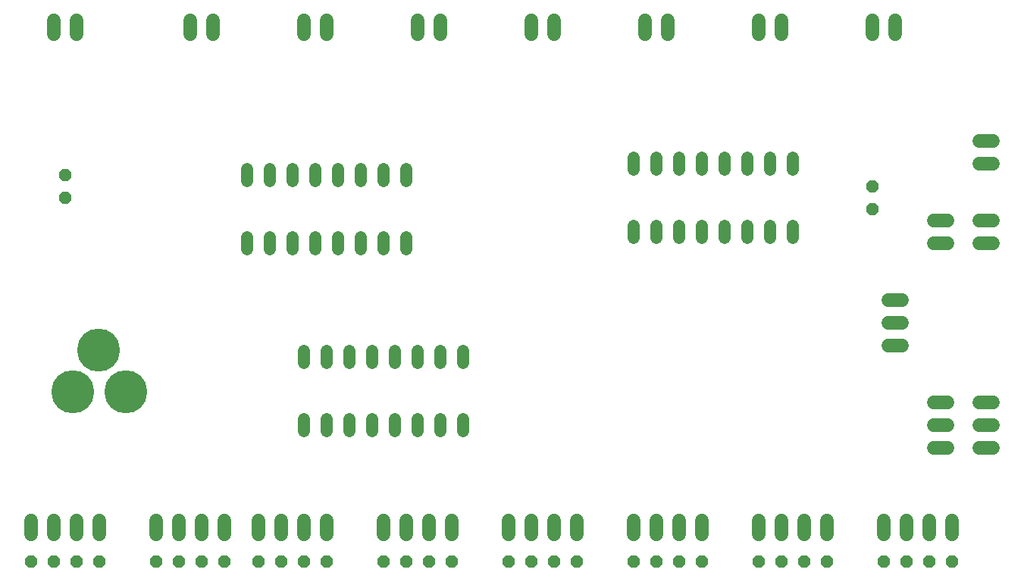
<source format=gbr>
G04 EAGLE Gerber RS-274X export*
G75*
%MOMM*%
%FSLAX34Y34*%
%LPD*%
%INBottom Copper*%
%IPPOS*%
%AMOC8*
5,1,8,0,0,1.08239X$1,22.5*%
G01*
%ADD10C,1.524000*%
%ADD11P,1.429621X8X112.500000*%
%ADD12P,1.429621X8X292.500000*%
%ADD13C,1.320800*%
%ADD14P,1.429621X8X22.500000*%
%ADD15C,4.800000*%


D10*
X1137920Y419100D02*
X1122680Y419100D01*
X1122680Y444500D02*
X1137920Y444500D01*
X1137920Y241300D02*
X1122680Y241300D01*
X1122680Y215900D02*
X1137920Y215900D01*
X1137920Y190500D02*
X1122680Y190500D01*
X1087120Y241300D02*
X1071880Y241300D01*
X1071880Y215900D02*
X1087120Y215900D01*
X1087120Y190500D02*
X1071880Y190500D01*
D11*
X1003300Y457200D03*
X1003300Y482600D03*
D12*
X101600Y495300D03*
X101600Y469900D03*
D10*
X1021080Y355600D02*
X1036320Y355600D01*
X1036320Y330200D02*
X1021080Y330200D01*
X1021080Y304800D02*
X1036320Y304800D01*
X1071880Y419100D02*
X1087120Y419100D01*
X1087120Y444500D02*
X1071880Y444500D01*
D13*
X914400Y501396D02*
X914400Y514604D01*
X889000Y514604D02*
X889000Y501396D01*
X812800Y501396D02*
X812800Y514604D01*
X787400Y514604D02*
X787400Y501396D01*
X863600Y501396D02*
X863600Y514604D01*
X838200Y514604D02*
X838200Y501396D01*
X762000Y501396D02*
X762000Y514604D01*
X736600Y514604D02*
X736600Y501396D01*
X736600Y438404D02*
X736600Y425196D01*
X762000Y425196D02*
X762000Y438404D01*
X787400Y438404D02*
X787400Y425196D01*
X812800Y425196D02*
X812800Y438404D01*
X838200Y438404D02*
X838200Y425196D01*
X863600Y425196D02*
X863600Y438404D01*
X889000Y438404D02*
X889000Y425196D01*
X914400Y425196D02*
X914400Y438404D01*
X304800Y425704D02*
X304800Y412496D01*
X330200Y412496D02*
X330200Y425704D01*
X406400Y425704D02*
X406400Y412496D01*
X431800Y412496D02*
X431800Y425704D01*
X355600Y425704D02*
X355600Y412496D01*
X381000Y412496D02*
X381000Y425704D01*
X457200Y425704D02*
X457200Y412496D01*
X482600Y412496D02*
X482600Y425704D01*
X482600Y488696D02*
X482600Y501904D01*
X457200Y501904D02*
X457200Y488696D01*
X431800Y488696D02*
X431800Y501904D01*
X406400Y501904D02*
X406400Y488696D01*
X381000Y488696D02*
X381000Y501904D01*
X355600Y501904D02*
X355600Y488696D01*
X330200Y488696D02*
X330200Y501904D01*
X304800Y501904D02*
X304800Y488696D01*
D10*
X520700Y652780D02*
X520700Y668020D01*
X495300Y668020D02*
X495300Y652780D01*
X393700Y652780D02*
X393700Y668020D01*
X368300Y668020D02*
X368300Y652780D01*
X1028700Y652780D02*
X1028700Y668020D01*
X1003300Y668020D02*
X1003300Y652780D01*
X901700Y652780D02*
X901700Y668020D01*
X876300Y668020D02*
X876300Y652780D01*
X266700Y652780D02*
X266700Y668020D01*
X241300Y668020D02*
X241300Y652780D01*
X114300Y652780D02*
X114300Y668020D01*
X88900Y668020D02*
X88900Y652780D01*
X774700Y652780D02*
X774700Y668020D01*
X749300Y668020D02*
X749300Y652780D01*
X647700Y652780D02*
X647700Y668020D01*
X622300Y668020D02*
X622300Y652780D01*
D13*
X368300Y222504D02*
X368300Y209296D01*
X393700Y209296D02*
X393700Y222504D01*
X469900Y222504D02*
X469900Y209296D01*
X495300Y209296D02*
X495300Y222504D01*
X419100Y222504D02*
X419100Y209296D01*
X444500Y209296D02*
X444500Y222504D01*
X520700Y222504D02*
X520700Y209296D01*
X546100Y209296D02*
X546100Y222504D01*
X546100Y285496D02*
X546100Y298704D01*
X520700Y298704D02*
X520700Y285496D01*
X495300Y285496D02*
X495300Y298704D01*
X469900Y298704D02*
X469900Y285496D01*
X444500Y285496D02*
X444500Y298704D01*
X419100Y298704D02*
X419100Y285496D01*
X393700Y285496D02*
X393700Y298704D01*
X368300Y298704D02*
X368300Y285496D01*
D10*
X1016000Y109220D02*
X1016000Y93980D01*
X1041400Y93980D02*
X1041400Y109220D01*
X876300Y109220D02*
X876300Y93980D01*
X901700Y93980D02*
X901700Y109220D01*
X736600Y109220D02*
X736600Y93980D01*
X762000Y93980D02*
X762000Y109220D01*
X596900Y109220D02*
X596900Y93980D01*
X622300Y93980D02*
X622300Y109220D01*
X457200Y109220D02*
X457200Y93980D01*
X482600Y93980D02*
X482600Y109220D01*
X317500Y109220D02*
X317500Y93980D01*
X342900Y93980D02*
X342900Y109220D01*
X203200Y109220D02*
X203200Y93980D01*
X228600Y93980D02*
X228600Y109220D01*
X63500Y109220D02*
X63500Y93980D01*
X88900Y93980D02*
X88900Y109220D01*
X1092200Y109220D02*
X1092200Y93980D01*
X1066800Y93980D02*
X1066800Y109220D01*
X952500Y109220D02*
X952500Y93980D01*
X927100Y93980D02*
X927100Y109220D01*
X812800Y109220D02*
X812800Y93980D01*
X787400Y93980D02*
X787400Y109220D01*
X673100Y109220D02*
X673100Y93980D01*
X647700Y93980D02*
X647700Y109220D01*
X533400Y109220D02*
X533400Y93980D01*
X508000Y93980D02*
X508000Y109220D01*
X393700Y109220D02*
X393700Y93980D01*
X368300Y93980D02*
X368300Y109220D01*
X279400Y109220D02*
X279400Y93980D01*
X254000Y93980D02*
X254000Y109220D01*
X139700Y109220D02*
X139700Y93980D01*
X114300Y93980D02*
X114300Y109220D01*
D14*
X1016000Y63500D03*
X1041400Y63500D03*
X508000Y63500D03*
X533400Y63500D03*
X317500Y63500D03*
X342900Y63500D03*
X368300Y63500D03*
X393700Y63500D03*
X203200Y63500D03*
X228600Y63500D03*
X254000Y63500D03*
X279400Y63500D03*
X63500Y63500D03*
X88900Y63500D03*
X114300Y63500D03*
X139700Y63500D03*
X1066800Y63500D03*
X1092200Y63500D03*
X876300Y63500D03*
X901700Y63500D03*
X927100Y63500D03*
X952500Y63500D03*
X736600Y63500D03*
X762000Y63500D03*
X787400Y63500D03*
X812800Y63500D03*
X596900Y63500D03*
X622300Y63500D03*
X647700Y63500D03*
X673100Y63500D03*
X457200Y63500D03*
X482600Y63500D03*
D10*
X1122680Y508000D02*
X1137920Y508000D01*
X1137920Y533400D02*
X1122680Y533400D01*
D15*
X139100Y300000D03*
X169100Y253000D03*
X110100Y253000D03*
M02*

</source>
